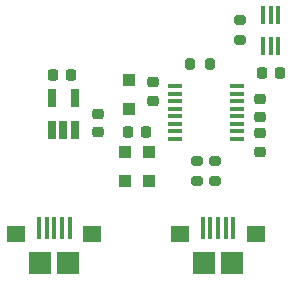
<source format=gbr>
G04 #@! TF.GenerationSoftware,KiCad,Pcbnew,(5.99.0-9812-gfee3c41c40)*
G04 #@! TF.CreationDate,2021-03-20T22:32:52-07:00*
G04 #@! TF.ProjectId,homebreakout,686f6d65-6272-4656-916b-6f75742e6b69,rev?*
G04 #@! TF.SameCoordinates,Original*
G04 #@! TF.FileFunction,Paste,Top*
G04 #@! TF.FilePolarity,Positive*
%FSLAX46Y46*%
G04 Gerber Fmt 4.6, Leading zero omitted, Abs format (unit mm)*
G04 Created by KiCad (PCBNEW (5.99.0-9812-gfee3c41c40)) date 2021-03-20 22:32:52*
%MOMM*%
%LPD*%
G01*
G04 APERTURE LIST*
G04 Aperture macros list*
%AMRoundRect*
0 Rectangle with rounded corners*
0 $1 Rounding radius*
0 $2 $3 $4 $5 $6 $7 $8 $9 X,Y pos of 4 corners*
0 Add a 4 corners polygon primitive as box body*
4,1,4,$2,$3,$4,$5,$6,$7,$8,$9,$2,$3,0*
0 Add four circle primitives for the rounded corners*
1,1,$1+$1,$2,$3*
1,1,$1+$1,$4,$5*
1,1,$1+$1,$6,$7*
1,1,$1+$1,$8,$9*
0 Add four rect primitives between the rounded corners*
20,1,$1+$1,$2,$3,$4,$5,0*
20,1,$1+$1,$4,$5,$6,$7,0*
20,1,$1+$1,$6,$7,$8,$9,0*
20,1,$1+$1,$8,$9,$2,$3,0*%
G04 Aperture macros list end*
%ADD10R,0.400000X1.950000*%
%ADD11R,1.600000X1.400000*%
%ADD12R,1.900000X1.900000*%
%ADD13R,0.400000X1.500000*%
%ADD14R,1.000000X1.000000*%
%ADD15RoundRect,0.225000X-0.250000X0.225000X-0.250000X-0.225000X0.250000X-0.225000X0.250000X0.225000X0*%
%ADD16RoundRect,0.200000X-0.275000X0.200000X-0.275000X-0.200000X0.275000X-0.200000X0.275000X0.200000X0*%
%ADD17RoundRect,0.225000X0.250000X-0.225000X0.250000X0.225000X-0.250000X0.225000X-0.250000X-0.225000X0*%
%ADD18RoundRect,0.225000X0.225000X0.250000X-0.225000X0.250000X-0.225000X-0.250000X0.225000X-0.250000X0*%
%ADD19RoundRect,0.225000X-0.225000X-0.250000X0.225000X-0.250000X0.225000X0.250000X-0.225000X0.250000X0*%
%ADD20RoundRect,0.200000X-0.200000X-0.275000X0.200000X-0.275000X0.200000X0.275000X-0.200000X0.275000X0*%
%ADD21R,0.650000X1.560000*%
%ADD22R,1.200000X0.400000*%
G04 APERTURE END LIST*
D10*
X168880000Y-118487800D03*
X169530000Y-118487800D03*
X170180000Y-118487800D03*
X170830000Y-118487800D03*
X171480000Y-118487800D03*
D11*
X166980000Y-119012800D03*
X173380000Y-119012800D03*
D12*
X171380000Y-121462800D03*
X168980000Y-121462800D03*
D13*
X173990000Y-103117000D03*
X174640000Y-103117000D03*
X175290000Y-103117000D03*
X175290000Y-100457000D03*
X174640000Y-100457000D03*
X173990000Y-100457000D03*
D14*
X164338000Y-112034000D03*
X164338000Y-114534000D03*
D15*
X173736000Y-110477000D03*
X173736000Y-112027000D03*
D10*
X155024000Y-118487800D03*
X155674000Y-118487800D03*
X156324000Y-118487800D03*
X156974000Y-118487800D03*
X157624000Y-118487800D03*
D11*
X153124000Y-119012800D03*
X159524000Y-119012800D03*
D12*
X157524000Y-121462800D03*
X155124000Y-121462800D03*
D16*
X169926000Y-112840000D03*
X169926000Y-114490000D03*
D17*
X160020000Y-110376000D03*
X160020000Y-108826000D03*
D18*
X164097000Y-110363000D03*
X162547000Y-110363000D03*
D19*
X156197000Y-105537000D03*
X157747000Y-105537000D03*
D17*
X173736000Y-109106000D03*
X173736000Y-107556000D03*
X164719000Y-107709000D03*
X164719000Y-106159000D03*
D19*
X173911544Y-105410000D03*
X175461544Y-105410000D03*
D14*
X162306000Y-112034000D03*
X162306000Y-114534000D03*
X162687000Y-105938000D03*
X162687000Y-108438000D03*
D16*
X168402000Y-112840000D03*
X168402000Y-114490000D03*
D20*
X167831000Y-104648000D03*
X169481000Y-104648000D03*
D16*
X172085000Y-100902000D03*
X172085000Y-102552000D03*
D21*
X156149000Y-110189000D03*
X157099000Y-110189000D03*
X158049000Y-110189000D03*
X158049000Y-107489000D03*
X156149000Y-107489000D03*
D22*
X166564000Y-106489500D03*
X166564000Y-107124500D03*
X166564000Y-107759500D03*
X166564000Y-108394500D03*
X166564000Y-109029500D03*
X166564000Y-109664500D03*
X166564000Y-110299500D03*
X166564000Y-110934500D03*
X171764000Y-110934500D03*
X171764000Y-110299500D03*
X171764000Y-109664500D03*
X171764000Y-109029500D03*
X171764000Y-108394500D03*
X171764000Y-107759500D03*
X171764000Y-107124500D03*
X171764000Y-106489500D03*
M02*

</source>
